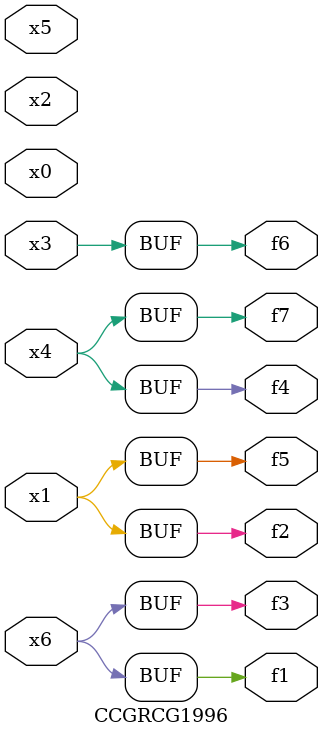
<source format=v>
module CCGRCG1996(
	input x0, x1, x2, x3, x4, x5, x6,
	output f1, f2, f3, f4, f5, f6, f7
);
	assign f1 = x6;
	assign f2 = x1;
	assign f3 = x6;
	assign f4 = x4;
	assign f5 = x1;
	assign f6 = x3;
	assign f7 = x4;
endmodule

</source>
